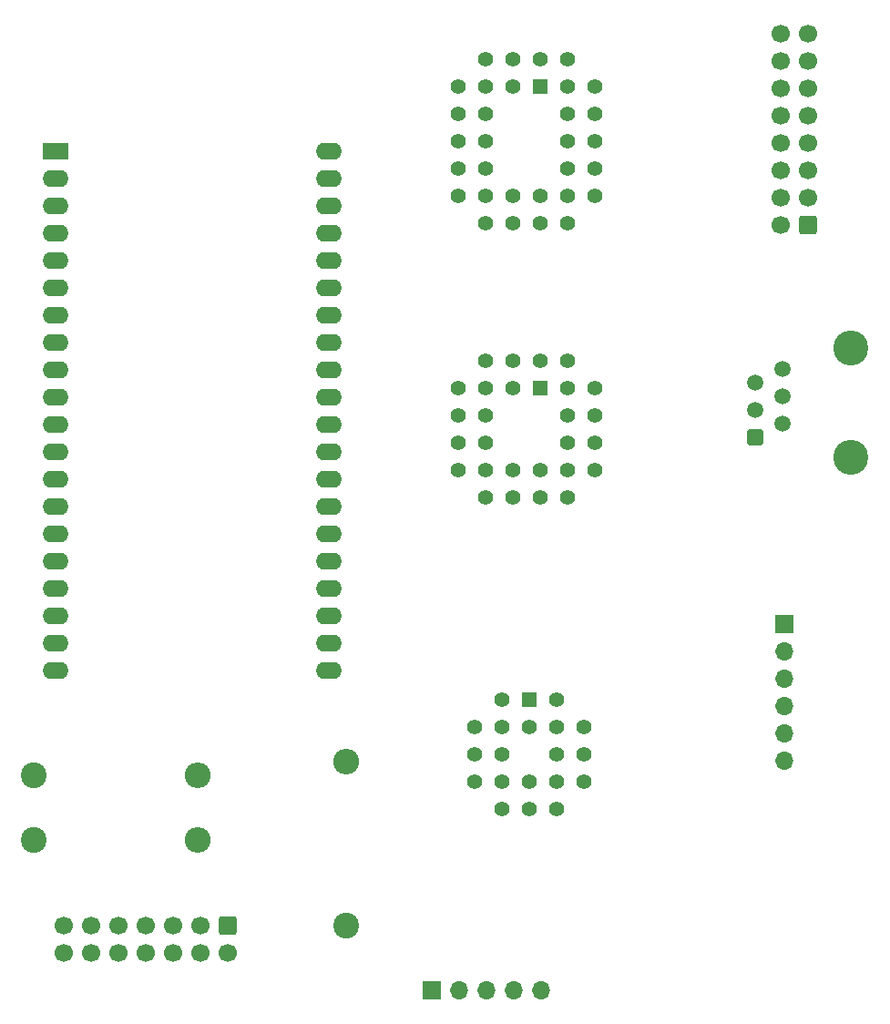
<source format=gbs>
G04 #@! TF.GenerationSoftware,KiCad,Pcbnew,8.0.6*
G04 #@! TF.CreationDate,2025-01-14T22:13:32-05:00*
G04 #@! TF.ProjectId,ConnAdapter,436f6e6e-4164-4617-9074-65722e6b6963,rev?*
G04 #@! TF.SameCoordinates,Original*
G04 #@! TF.FileFunction,Soldermask,Bot*
G04 #@! TF.FilePolarity,Negative*
%FSLAX46Y46*%
G04 Gerber Fmt 4.6, Leading zero omitted, Abs format (unit mm)*
G04 Created by KiCad (PCBNEW 8.0.6) date 2025-01-14 22:13:32*
%MOMM*%
%LPD*%
G01*
G04 APERTURE LIST*
G04 Aperture macros list*
%AMRoundRect*
0 Rectangle with rounded corners*
0 $1 Rounding radius*
0 $2 $3 $4 $5 $6 $7 $8 $9 X,Y pos of 4 corners*
0 Add a 4 corners polygon primitive as box body*
4,1,4,$2,$3,$4,$5,$6,$7,$8,$9,$2,$3,0*
0 Add four circle primitives for the rounded corners*
1,1,$1+$1,$2,$3*
1,1,$1+$1,$4,$5*
1,1,$1+$1,$6,$7*
1,1,$1+$1,$8,$9*
0 Add four rect primitives between the rounded corners*
20,1,$1+$1,$2,$3,$4,$5,0*
20,1,$1+$1,$4,$5,$6,$7,0*
20,1,$1+$1,$6,$7,$8,$9,0*
20,1,$1+$1,$8,$9,$2,$3,0*%
G04 Aperture macros list end*
%ADD10O,2.400000X2.400000*%
%ADD11C,2.400000*%
%ADD12O,1.700000X1.700000*%
%ADD13R,1.700000X1.700000*%
%ADD14C,1.700000*%
%ADD15RoundRect,0.250000X0.600000X0.600000X-0.600000X0.600000X-0.600000X-0.600000X0.600000X-0.600000X0*%
%ADD16C,1.422400*%
%ADD17R,1.422400X1.422400*%
%ADD18C,1.520000*%
%ADD19RoundRect,0.250000X0.510000X-0.510000X0.510000X0.510000X-0.510000X0.510000X-0.510000X-0.510000X0*%
%ADD20C,3.250000*%
%ADD21RoundRect,0.250000X-0.600000X0.600000X-0.600000X-0.600000X0.600000X-0.600000X0.600000X0.600000X0*%
%ADD22O,2.400000X1.600000*%
%ADD23R,2.400000X1.600000*%
G04 APERTURE END LIST*
D10*
X124240000Y-128000000D03*
D11*
X109000000Y-128000000D03*
D12*
X178710000Y-126660000D03*
X178710000Y-124120000D03*
X178710000Y-121580000D03*
X178710000Y-119040000D03*
X178710000Y-116500000D03*
D13*
X178710000Y-113960000D03*
D12*
X156160000Y-148000000D03*
X153620000Y-148000000D03*
X151080000Y-148000000D03*
X148540000Y-148000000D03*
D13*
X146000000Y-148000000D03*
D14*
X178420000Y-59090000D03*
X180960000Y-59090000D03*
X178420000Y-61630000D03*
X180960000Y-61630000D03*
X178420000Y-64170000D03*
X180960000Y-64170000D03*
X178420000Y-66710000D03*
X180960000Y-66710000D03*
X178420000Y-69250000D03*
X180960000Y-69250000D03*
X178420000Y-71790000D03*
X180960000Y-71790000D03*
X178420000Y-74330000D03*
X180960000Y-74330000D03*
X178420000Y-76870000D03*
D15*
X180960000Y-76870000D03*
D16*
X157540000Y-123540000D03*
X157540000Y-121000000D03*
X160080000Y-123540000D03*
X157540000Y-126080000D03*
X160080000Y-126080000D03*
X157540000Y-128620000D03*
X160080000Y-128620000D03*
X157540000Y-131160000D03*
X155000000Y-128620000D03*
X155000000Y-131160000D03*
X152460000Y-128620000D03*
X152460000Y-131160000D03*
X149920000Y-128620000D03*
X152460000Y-126080000D03*
X149920000Y-126080000D03*
X152460000Y-123540000D03*
X149920000Y-123540000D03*
X152460000Y-121000000D03*
X155000000Y-123540000D03*
D17*
X155000000Y-121000000D03*
D10*
X124240000Y-134000000D03*
D11*
X109000000Y-134000000D03*
D16*
X156000000Y-61460000D03*
X158540000Y-64000000D03*
X158540000Y-61460000D03*
X161080000Y-64000000D03*
X158540000Y-66540000D03*
X161080000Y-66540000D03*
X158540000Y-69080000D03*
X161080000Y-69080000D03*
X158540000Y-71620000D03*
X161080000Y-71620000D03*
X158540000Y-74160000D03*
X161080000Y-74160000D03*
X158540000Y-76700000D03*
X156000000Y-74160000D03*
X156000000Y-76700000D03*
X153460000Y-74160000D03*
X153460000Y-76700000D03*
X150920000Y-74160000D03*
X150920000Y-76700000D03*
X148380000Y-74160000D03*
X150920000Y-71620000D03*
X148380000Y-71620000D03*
X150920000Y-69080000D03*
X148380000Y-69080000D03*
X150920000Y-66540000D03*
X148380000Y-66540000D03*
X150920000Y-64000000D03*
X148380000Y-64000000D03*
X150920000Y-61460000D03*
X153460000Y-64000000D03*
X153460000Y-61460000D03*
D17*
X156000000Y-64000000D03*
D18*
X178590000Y-90230000D03*
X176050000Y-91500000D03*
X178590000Y-92770000D03*
X176050000Y-94040000D03*
X178590000Y-95310000D03*
D19*
X176050000Y-96580000D03*
D20*
X184940000Y-88320000D03*
X184940000Y-98480000D03*
D14*
X111760000Y-144540000D03*
X111760000Y-142000000D03*
X114300000Y-144540000D03*
X114300000Y-142000000D03*
X116840000Y-144540000D03*
X116840000Y-142000000D03*
X119380000Y-144540000D03*
X119380000Y-142000000D03*
X121920000Y-144540000D03*
X121920000Y-142000000D03*
X124460000Y-144540000D03*
X124460000Y-142000000D03*
X127000000Y-144540000D03*
D21*
X127000000Y-142000000D03*
D16*
X156000000Y-89460000D03*
X158540000Y-92000000D03*
X158540000Y-89460000D03*
X161080000Y-92000000D03*
X158540000Y-94540000D03*
X161080000Y-94540000D03*
X158540000Y-97080000D03*
X161080000Y-97080000D03*
X158540000Y-99620000D03*
X161080000Y-99620000D03*
X158540000Y-102160000D03*
X156000000Y-99620000D03*
X156000000Y-102160000D03*
X153460000Y-99620000D03*
X153460000Y-102160000D03*
X150920000Y-99620000D03*
X150920000Y-102160000D03*
X148380000Y-99620000D03*
X150920000Y-97080000D03*
X148380000Y-97080000D03*
X150920000Y-94540000D03*
X148380000Y-94540000D03*
X150920000Y-92000000D03*
X148380000Y-92000000D03*
X150920000Y-89460000D03*
X153460000Y-92000000D03*
X153460000Y-89460000D03*
D17*
X156000000Y-92000000D03*
D22*
X136400000Y-70000000D03*
X136400000Y-72540000D03*
X136400000Y-75080000D03*
X136400000Y-77620000D03*
X136400000Y-80160000D03*
X136400000Y-82700000D03*
X136400000Y-85240000D03*
X136400000Y-87780000D03*
X136400000Y-90320000D03*
X136400000Y-92860000D03*
X136400000Y-95400000D03*
X136400000Y-97940000D03*
X136400000Y-100480000D03*
X136400000Y-103020000D03*
X136400000Y-105560000D03*
X136400000Y-108100000D03*
X136400000Y-110640000D03*
X136400000Y-113180000D03*
X136400000Y-115720000D03*
X136400000Y-118260000D03*
X111000000Y-118260000D03*
X111000000Y-115720000D03*
X111000000Y-113180000D03*
X111000000Y-110640000D03*
X111000000Y-108100000D03*
X111000000Y-105560000D03*
X111000000Y-103020000D03*
X111000000Y-100480000D03*
X111000000Y-97940000D03*
X111000000Y-95400000D03*
X111000000Y-92860000D03*
X111000000Y-90320000D03*
X111000000Y-87780000D03*
X111000000Y-85240000D03*
X111000000Y-82700000D03*
X111000000Y-80160000D03*
X111000000Y-77620000D03*
X111000000Y-75080000D03*
X111000000Y-72540000D03*
D23*
X111000000Y-70000000D03*
D10*
X138000000Y-126760000D03*
D11*
X138000000Y-142000000D03*
M02*

</source>
